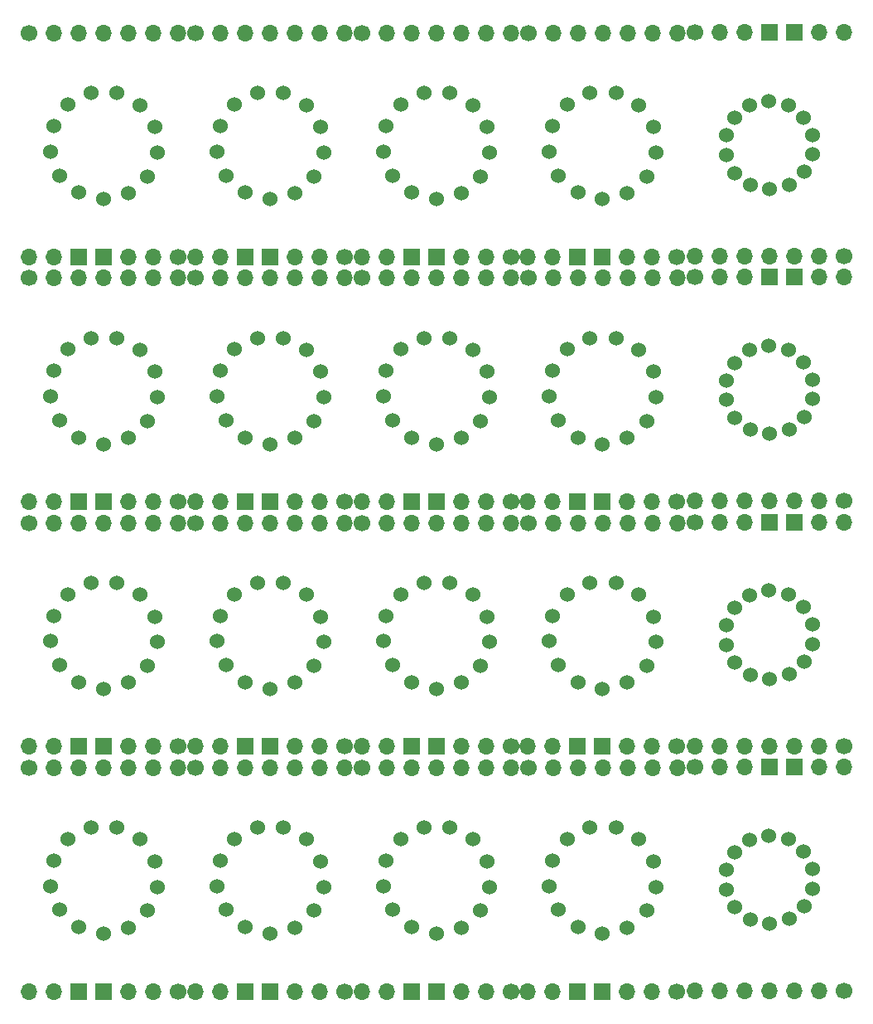
<source format=gbs>
G04 #@! TF.GenerationSoftware,KiCad,Pcbnew,(5.1.9)-1*
G04 #@! TF.CreationDate,2021-02-11T13:51:57+09:00*
G04 #@! TF.ProjectId,nixe-board-order,6e697865-2d62-46f6-9172-642d6f726465,rev?*
G04 #@! TF.SameCoordinates,Original*
G04 #@! TF.FileFunction,Soldermask,Bot*
G04 #@! TF.FilePolarity,Negative*
%FSLAX46Y46*%
G04 Gerber Fmt 4.6, Leading zero omitted, Abs format (unit mm)*
G04 Created by KiCad (PCBNEW (5.1.9)-1) date 2021-02-11 13:51:57*
%MOMM*%
%LPD*%
G01*
G04 APERTURE LIST*
%ADD10C,1.524000*%
%ADD11C,1.700000*%
%ADD12O,1.700000X1.700000*%
%ADD13R,1.700000X1.700000*%
G04 APERTURE END LIST*
D10*
X31940000Y-121440000D03*
X33910000Y-119730000D03*
X34880000Y-117290000D03*
X34610000Y-114690000D03*
X33120000Y-112450000D03*
X30780000Y-111230000D03*
X28120000Y-111230000D03*
X25770000Y-112410000D03*
X24300000Y-114610000D03*
X23970000Y-117210000D03*
X24900000Y-119640000D03*
X26880000Y-121390000D03*
X29400000Y-122080000D03*
X31940000Y-96440000D03*
X33910000Y-94730000D03*
X34880000Y-92290000D03*
X34610000Y-89690000D03*
X33120000Y-87450000D03*
X30780000Y-86230000D03*
X28120000Y-86230000D03*
X25770000Y-87410000D03*
X24300000Y-89610000D03*
X23970000Y-92210000D03*
X24900000Y-94640000D03*
X26880000Y-96390000D03*
X29400000Y-97080000D03*
X31940000Y-71440000D03*
X33910000Y-69730000D03*
X34880000Y-67290000D03*
X34610000Y-64690000D03*
X33120000Y-62450000D03*
X30780000Y-61230000D03*
X28120000Y-61230000D03*
X25770000Y-62410000D03*
X24300000Y-64610000D03*
X23970000Y-67210000D03*
X24900000Y-69640000D03*
X26880000Y-71390000D03*
X29400000Y-72080000D03*
D11*
X37020000Y-127950000D03*
D12*
X34480000Y-127950000D03*
X31940000Y-127950000D03*
D13*
X29400000Y-127950000D03*
X26860000Y-127950000D03*
D12*
X24320000Y-127950000D03*
X21780000Y-127950000D03*
D11*
X37020000Y-102950000D03*
D12*
X34480000Y-102950000D03*
X31940000Y-102950000D03*
D13*
X29400000Y-102950000D03*
X26860000Y-102950000D03*
D12*
X24320000Y-102950000D03*
X21780000Y-102950000D03*
D11*
X37020000Y-77950000D03*
D12*
X34480000Y-77950000D03*
X31940000Y-77950000D03*
D13*
X29400000Y-77950000D03*
X26860000Y-77950000D03*
D12*
X24320000Y-77950000D03*
X21780000Y-77950000D03*
D11*
X89810000Y-105030000D03*
D12*
X92350000Y-105030000D03*
X94890000Y-105030000D03*
D13*
X97430000Y-105030000D03*
X99970000Y-105030000D03*
D12*
X102510000Y-105030000D03*
X105050000Y-105030000D03*
D11*
X89810000Y-80030000D03*
D12*
X92350000Y-80030000D03*
X94890000Y-80030000D03*
D13*
X97430000Y-80030000D03*
X99970000Y-80030000D03*
D12*
X102510000Y-80030000D03*
X105050000Y-80030000D03*
D11*
X89810000Y-55030000D03*
D12*
X92350000Y-55030000D03*
X94890000Y-55030000D03*
D13*
X97430000Y-55030000D03*
X99970000Y-55030000D03*
D12*
X102510000Y-55030000D03*
X105050000Y-55030000D03*
D10*
X97440000Y-121040000D03*
X95510000Y-120620000D03*
X93920000Y-119390000D03*
X93070000Y-117560000D03*
X93060000Y-115570000D03*
X93900000Y-113770000D03*
X95460000Y-112490000D03*
X97410000Y-112040000D03*
X99370000Y-112450000D03*
X100950000Y-113710000D03*
X101830000Y-115500000D03*
X101850000Y-117490000D03*
X101030000Y-119290000D03*
X99480000Y-120570000D03*
X97440000Y-96040000D03*
X95510000Y-95620000D03*
X93920000Y-94390000D03*
X93070000Y-92560000D03*
X93060000Y-90570000D03*
X93900000Y-88770000D03*
X95460000Y-87490000D03*
X97410000Y-87040000D03*
X99370000Y-87450000D03*
X100950000Y-88710000D03*
X101830000Y-90500000D03*
X101850000Y-92490000D03*
X101030000Y-94290000D03*
X99480000Y-95570000D03*
X97440000Y-71040000D03*
X95510000Y-70620000D03*
X93920000Y-69390000D03*
X93070000Y-67560000D03*
X93060000Y-65570000D03*
X93900000Y-63770000D03*
X95460000Y-62490000D03*
X97410000Y-62040000D03*
X99370000Y-62450000D03*
X100950000Y-63710000D03*
X101830000Y-65500000D03*
X101850000Y-67490000D03*
X101030000Y-69290000D03*
X99480000Y-70570000D03*
D11*
X21790000Y-105120000D03*
D12*
X24330000Y-105120000D03*
X26870000Y-105120000D03*
X29410000Y-105120000D03*
X31950000Y-105120000D03*
X34490000Y-105120000D03*
X37030000Y-105120000D03*
D11*
X21790000Y-80120000D03*
D12*
X24330000Y-80120000D03*
X26870000Y-80120000D03*
X29410000Y-80120000D03*
X31950000Y-80120000D03*
X34490000Y-80120000D03*
X37030000Y-80120000D03*
D11*
X21790000Y-55120000D03*
D12*
X24330000Y-55120000D03*
X26870000Y-55120000D03*
X29410000Y-55120000D03*
X31950000Y-55120000D03*
X34490000Y-55120000D03*
X37030000Y-55120000D03*
D11*
X105040000Y-127890000D03*
D12*
X102500000Y-127890000D03*
X99960000Y-127890000D03*
X97420000Y-127890000D03*
X94880000Y-127890000D03*
X92340000Y-127890000D03*
X89800000Y-127890000D03*
D11*
X105040000Y-102890000D03*
D12*
X102500000Y-102890000D03*
X99960000Y-102890000D03*
X97420000Y-102890000D03*
X94880000Y-102890000D03*
X92340000Y-102890000D03*
X89800000Y-102890000D03*
D11*
X105040000Y-77890000D03*
D12*
X102500000Y-77890000D03*
X99960000Y-77890000D03*
X97420000Y-77890000D03*
X94880000Y-77890000D03*
X92340000Y-77890000D03*
X89800000Y-77890000D03*
X54030000Y-105120000D03*
X51490000Y-105120000D03*
X48950000Y-105120000D03*
X46410000Y-105120000D03*
X43870000Y-105120000D03*
X41330000Y-105120000D03*
D11*
X38790000Y-105120000D03*
D12*
X54030000Y-80120000D03*
X51490000Y-80120000D03*
X48950000Y-80120000D03*
X46410000Y-80120000D03*
X43870000Y-80120000D03*
X41330000Y-80120000D03*
D11*
X38790000Y-80120000D03*
D12*
X54030000Y-55120000D03*
X51490000Y-55120000D03*
X48950000Y-55120000D03*
X46410000Y-55120000D03*
X43870000Y-55120000D03*
X41330000Y-55120000D03*
D11*
X38790000Y-55120000D03*
D12*
X71030000Y-105120000D03*
X68490000Y-105120000D03*
X65950000Y-105120000D03*
X63410000Y-105120000D03*
X60870000Y-105120000D03*
X58330000Y-105120000D03*
D11*
X55790000Y-105120000D03*
D12*
X71030000Y-80120000D03*
X68490000Y-80120000D03*
X65950000Y-80120000D03*
X63410000Y-80120000D03*
X60870000Y-80120000D03*
X58330000Y-80120000D03*
D11*
X55790000Y-80120000D03*
D12*
X71030000Y-55120000D03*
X68490000Y-55120000D03*
X65950000Y-55120000D03*
X63410000Y-55120000D03*
X60870000Y-55120000D03*
X58330000Y-55120000D03*
D11*
X55790000Y-55120000D03*
D12*
X38780000Y-127950000D03*
X41320000Y-127950000D03*
D13*
X43860000Y-127950000D03*
X46400000Y-127950000D03*
D12*
X48940000Y-127950000D03*
X51480000Y-127950000D03*
D11*
X54020000Y-127950000D03*
D12*
X38780000Y-102950000D03*
X41320000Y-102950000D03*
D13*
X43860000Y-102950000D03*
X46400000Y-102950000D03*
D12*
X48940000Y-102950000D03*
X51480000Y-102950000D03*
D11*
X54020000Y-102950000D03*
D12*
X38780000Y-77950000D03*
X41320000Y-77950000D03*
D13*
X43860000Y-77950000D03*
X46400000Y-77950000D03*
D12*
X48940000Y-77950000D03*
X51480000Y-77950000D03*
D11*
X54020000Y-77950000D03*
D12*
X55780000Y-127950000D03*
X58320000Y-127950000D03*
D13*
X60860000Y-127950000D03*
X63400000Y-127950000D03*
D12*
X65940000Y-127950000D03*
X68480000Y-127950000D03*
D11*
X71020000Y-127950000D03*
D12*
X55780000Y-102950000D03*
X58320000Y-102950000D03*
D13*
X60860000Y-102950000D03*
X63400000Y-102950000D03*
D12*
X65940000Y-102950000D03*
X68480000Y-102950000D03*
D11*
X71020000Y-102950000D03*
D12*
X55780000Y-77950000D03*
X58320000Y-77950000D03*
D13*
X60860000Y-77950000D03*
X63400000Y-77950000D03*
D12*
X65940000Y-77950000D03*
X68480000Y-77950000D03*
D11*
X71020000Y-77950000D03*
D12*
X72780000Y-127950000D03*
X75320000Y-127950000D03*
D13*
X77860000Y-127950000D03*
X80400000Y-127950000D03*
D12*
X82940000Y-127950000D03*
X85480000Y-127950000D03*
D11*
X88020000Y-127950000D03*
D12*
X72780000Y-102950000D03*
X75320000Y-102950000D03*
D13*
X77860000Y-102950000D03*
X80400000Y-102950000D03*
D12*
X82940000Y-102950000D03*
X85480000Y-102950000D03*
D11*
X88020000Y-102950000D03*
D12*
X72780000Y-77950000D03*
X75320000Y-77950000D03*
D13*
X77860000Y-77950000D03*
X80400000Y-77950000D03*
D12*
X82940000Y-77950000D03*
X85480000Y-77950000D03*
D11*
X88020000Y-77950000D03*
D10*
X80400000Y-122080000D03*
X77880000Y-121390000D03*
X75900000Y-119640000D03*
X74970000Y-117210000D03*
X75300000Y-114610000D03*
X76770000Y-112410000D03*
X79120000Y-111230000D03*
X81780000Y-111230000D03*
X84120000Y-112450000D03*
X85610000Y-114690000D03*
X85880000Y-117290000D03*
X84910000Y-119730000D03*
X82940000Y-121440000D03*
X80400000Y-97080000D03*
X77880000Y-96390000D03*
X75900000Y-94640000D03*
X74970000Y-92210000D03*
X75300000Y-89610000D03*
X76770000Y-87410000D03*
X79120000Y-86230000D03*
X81780000Y-86230000D03*
X84120000Y-87450000D03*
X85610000Y-89690000D03*
X85880000Y-92290000D03*
X84910000Y-94730000D03*
X82940000Y-96440000D03*
X80400000Y-72080000D03*
X77880000Y-71390000D03*
X75900000Y-69640000D03*
X74970000Y-67210000D03*
X75300000Y-64610000D03*
X76770000Y-62410000D03*
X79120000Y-61230000D03*
X81780000Y-61230000D03*
X84120000Y-62450000D03*
X85610000Y-64690000D03*
X85880000Y-67290000D03*
X84910000Y-69730000D03*
X82940000Y-71440000D03*
X46400000Y-122080000D03*
X43880000Y-121390000D03*
X41900000Y-119640000D03*
X40970000Y-117210000D03*
X41300000Y-114610000D03*
X42770000Y-112410000D03*
X45120000Y-111230000D03*
X47780000Y-111230000D03*
X50120000Y-112450000D03*
X51610000Y-114690000D03*
X51880000Y-117290000D03*
X50910000Y-119730000D03*
X48940000Y-121440000D03*
X46400000Y-97080000D03*
X43880000Y-96390000D03*
X41900000Y-94640000D03*
X40970000Y-92210000D03*
X41300000Y-89610000D03*
X42770000Y-87410000D03*
X45120000Y-86230000D03*
X47780000Y-86230000D03*
X50120000Y-87450000D03*
X51610000Y-89690000D03*
X51880000Y-92290000D03*
X50910000Y-94730000D03*
X48940000Y-96440000D03*
X46400000Y-72080000D03*
X43880000Y-71390000D03*
X41900000Y-69640000D03*
X40970000Y-67210000D03*
X41300000Y-64610000D03*
X42770000Y-62410000D03*
X45120000Y-61230000D03*
X47780000Y-61230000D03*
X50120000Y-62450000D03*
X51610000Y-64690000D03*
X51880000Y-67290000D03*
X50910000Y-69730000D03*
X48940000Y-71440000D03*
X63400000Y-122080000D03*
X60880000Y-121390000D03*
X58900000Y-119640000D03*
X57970000Y-117210000D03*
X58300000Y-114610000D03*
X59770000Y-112410000D03*
X62120000Y-111230000D03*
X64780000Y-111230000D03*
X67120000Y-112450000D03*
X68610000Y-114690000D03*
X68880000Y-117290000D03*
X67910000Y-119730000D03*
X65940000Y-121440000D03*
X63400000Y-97080000D03*
X60880000Y-96390000D03*
X58900000Y-94640000D03*
X57970000Y-92210000D03*
X58300000Y-89610000D03*
X59770000Y-87410000D03*
X62120000Y-86230000D03*
X64780000Y-86230000D03*
X67120000Y-87450000D03*
X68610000Y-89690000D03*
X68880000Y-92290000D03*
X67910000Y-94730000D03*
X65940000Y-96440000D03*
X63400000Y-72080000D03*
X60880000Y-71390000D03*
X58900000Y-69640000D03*
X57970000Y-67210000D03*
X58300000Y-64610000D03*
X59770000Y-62410000D03*
X62120000Y-61230000D03*
X64780000Y-61230000D03*
X67120000Y-62450000D03*
X68610000Y-64690000D03*
X68880000Y-67290000D03*
X67910000Y-69730000D03*
X65940000Y-71440000D03*
D12*
X88030000Y-105120000D03*
X85490000Y-105120000D03*
X82950000Y-105120000D03*
X80410000Y-105120000D03*
X77870000Y-105120000D03*
X75330000Y-105120000D03*
D11*
X72790000Y-105120000D03*
D12*
X88030000Y-80120000D03*
X85490000Y-80120000D03*
X82950000Y-80120000D03*
X80410000Y-80120000D03*
X77870000Y-80120000D03*
X75330000Y-80120000D03*
D11*
X72790000Y-80120000D03*
D12*
X88030000Y-55120000D03*
X85490000Y-55120000D03*
X82950000Y-55120000D03*
X80410000Y-55120000D03*
X77870000Y-55120000D03*
X75330000Y-55120000D03*
D11*
X72790000Y-55120000D03*
D10*
X82940000Y-46440000D03*
X84910000Y-44730000D03*
X85880000Y-42290000D03*
X85610000Y-39690000D03*
X84120000Y-37450000D03*
X81780000Y-36230000D03*
X79120000Y-36230000D03*
X76770000Y-37410000D03*
X75300000Y-39610000D03*
X74970000Y-42210000D03*
X75900000Y-44640000D03*
X77880000Y-46390000D03*
X80400000Y-47080000D03*
X65940000Y-46440000D03*
X67910000Y-44730000D03*
X68880000Y-42290000D03*
X68610000Y-39690000D03*
X67120000Y-37450000D03*
X64780000Y-36230000D03*
X62120000Y-36230000D03*
X59770000Y-37410000D03*
X58300000Y-39610000D03*
X57970000Y-42210000D03*
X58900000Y-44640000D03*
X60880000Y-46390000D03*
X63400000Y-47080000D03*
X48940000Y-46440000D03*
X50910000Y-44730000D03*
X51880000Y-42290000D03*
X51610000Y-39690000D03*
X50120000Y-37450000D03*
X47780000Y-36230000D03*
X45120000Y-36230000D03*
X42770000Y-37410000D03*
X41300000Y-39610000D03*
X40970000Y-42210000D03*
X41900000Y-44640000D03*
X43880000Y-46390000D03*
X46400000Y-47080000D03*
D11*
X88020000Y-52950000D03*
D12*
X85480000Y-52950000D03*
X82940000Y-52950000D03*
D13*
X80400000Y-52950000D03*
X77860000Y-52950000D03*
D12*
X75320000Y-52950000D03*
X72780000Y-52950000D03*
D11*
X71020000Y-52950000D03*
D12*
X68480000Y-52950000D03*
X65940000Y-52950000D03*
D13*
X63400000Y-52950000D03*
X60860000Y-52950000D03*
D12*
X58320000Y-52950000D03*
X55780000Y-52950000D03*
D11*
X54020000Y-52950000D03*
D12*
X51480000Y-52950000D03*
X48940000Y-52950000D03*
D13*
X46400000Y-52950000D03*
X43860000Y-52950000D03*
D12*
X41320000Y-52950000D03*
X38780000Y-52950000D03*
D11*
X72790000Y-30120000D03*
D12*
X75330000Y-30120000D03*
X77870000Y-30120000D03*
X80410000Y-30120000D03*
X82950000Y-30120000D03*
X85490000Y-30120000D03*
X88030000Y-30120000D03*
D11*
X55790000Y-30120000D03*
D12*
X58330000Y-30120000D03*
X60870000Y-30120000D03*
X63410000Y-30120000D03*
X65950000Y-30120000D03*
X68490000Y-30120000D03*
X71030000Y-30120000D03*
D11*
X38790000Y-30120000D03*
D12*
X41330000Y-30120000D03*
X43870000Y-30120000D03*
X46410000Y-30120000D03*
X48950000Y-30120000D03*
X51490000Y-30120000D03*
X54030000Y-30120000D03*
D10*
X29400000Y-47080000D03*
X26880000Y-46390000D03*
X24900000Y-44640000D03*
X23970000Y-42210000D03*
X24300000Y-39610000D03*
X25770000Y-37410000D03*
X28120000Y-36230000D03*
X30780000Y-36230000D03*
X33120000Y-37450000D03*
X34610000Y-39690000D03*
X34880000Y-42290000D03*
X33910000Y-44730000D03*
X31940000Y-46440000D03*
D12*
X21780000Y-52950000D03*
X24320000Y-52950000D03*
D13*
X26860000Y-52950000D03*
X29400000Y-52950000D03*
D12*
X31940000Y-52950000D03*
X34480000Y-52950000D03*
D11*
X37020000Y-52950000D03*
D12*
X37030000Y-30120000D03*
X34490000Y-30120000D03*
X31950000Y-30120000D03*
X29410000Y-30120000D03*
X26870000Y-30120000D03*
X24330000Y-30120000D03*
D11*
X21790000Y-30120000D03*
D12*
X89800000Y-52890000D03*
X92340000Y-52890000D03*
X94880000Y-52890000D03*
X97420000Y-52890000D03*
X99960000Y-52890000D03*
X102500000Y-52890000D03*
D11*
X105040000Y-52890000D03*
D12*
X105050000Y-30030000D03*
X102510000Y-30030000D03*
D13*
X99970000Y-30030000D03*
X97430000Y-30030000D03*
D12*
X94890000Y-30030000D03*
X92350000Y-30030000D03*
D11*
X89810000Y-30030000D03*
D10*
X99480000Y-45570000D03*
X101030000Y-44290000D03*
X101850000Y-42490000D03*
X101830000Y-40500000D03*
X100950000Y-38710000D03*
X99370000Y-37450000D03*
X97410000Y-37040000D03*
X95460000Y-37490000D03*
X93900000Y-38770000D03*
X93060000Y-40570000D03*
X93070000Y-42560000D03*
X93920000Y-44390000D03*
X95510000Y-45620000D03*
X97440000Y-46040000D03*
M02*

</source>
